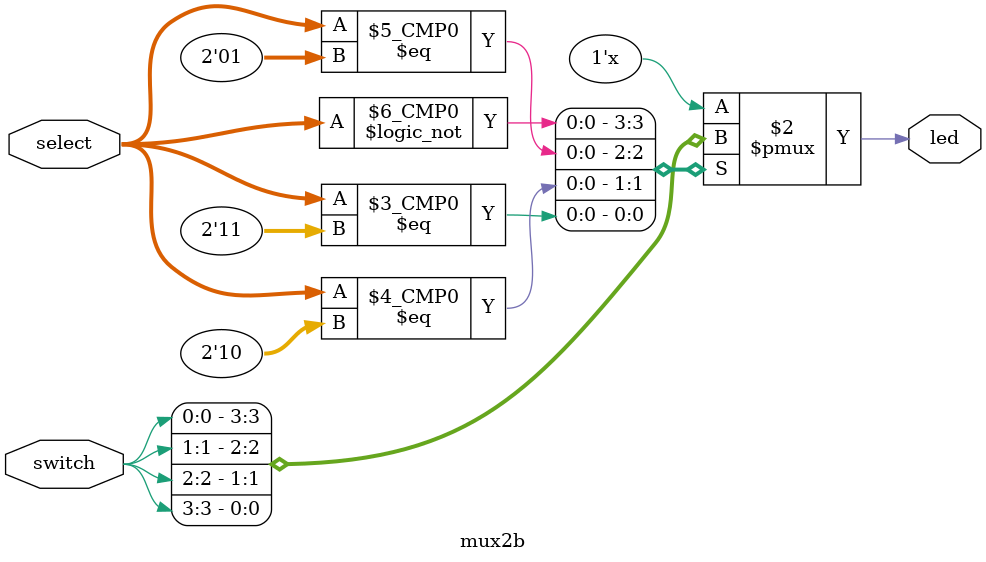
<source format=v>
module mux2b (/*AUTOARG*/
   // Outputs
   led,
   // Inputs
   select, switch
   );

   // Random Number generator interface
   input [1:0] select;
   input [3:0] switch;
   output      led;

   /*AUTOREG*/
   // Beginning of automatic regs (for this module's undeclared outputs)
   reg			led;
   // End of automatics

   always @(/*AUTOSENSE*/select or switch)
     begin
	case (select)
	  2'b00 : led <= switch[0];
	  2'b01 : led <= switch[1];
	  2'b10 : led <= switch[2];
	  2'b11 : led <= switch[3];
	endcase // case (state)
     end

   
 
endmodule // mux2b



</source>
